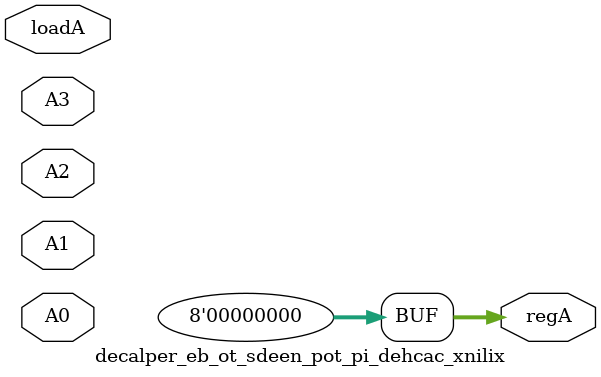
<source format=v>
module decalper_eb_ot_sdeen_pot_pi_dehcac_xnilix(	// file.cleaned.mlir:2:3
  input        A0,	// file.cleaned.mlir:2:59
               A1,	// file.cleaned.mlir:2:72
               A2,	// file.cleaned.mlir:2:85
               A3,	// file.cleaned.mlir:2:98
               loadA,	// file.cleaned.mlir:2:111
  output [7:0] regA	// file.cleaned.mlir:2:128
);

  assign regA = 8'h0;	// file.cleaned.mlir:3:14, :4:5
endmodule


</source>
